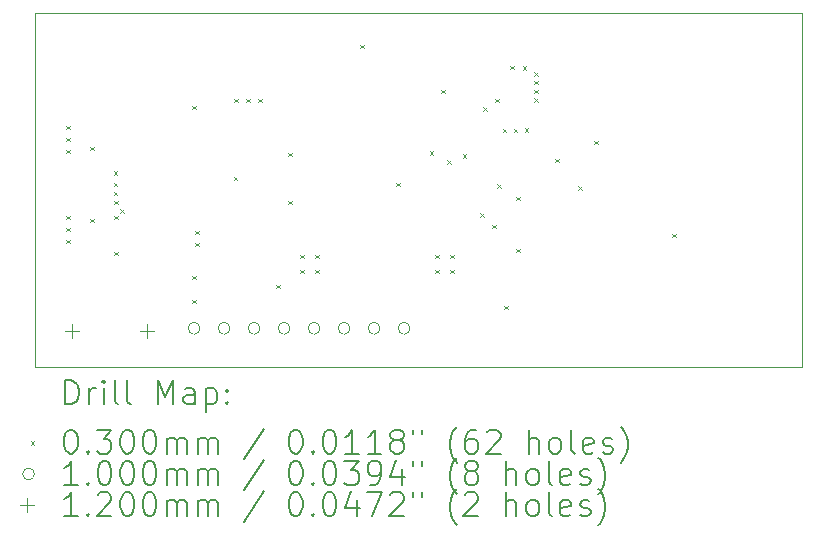
<source format=gbr>
%TF.GenerationSoftware,KiCad,Pcbnew,7.0.5*%
%TF.CreationDate,2023-07-22T13:56:30+02:00*%
%TF.ProjectId,eink-NFC,65696e6b-2d4e-4464-932e-6b696361645f,rev?*%
%TF.SameCoordinates,Original*%
%TF.FileFunction,Drillmap*%
%TF.FilePolarity,Positive*%
%FSLAX45Y45*%
G04 Gerber Fmt 4.5, Leading zero omitted, Abs format (unit mm)*
G04 Created by KiCad (PCBNEW 7.0.5) date 2023-07-22 13:56:30*
%MOMM*%
%LPD*%
G01*
G04 APERTURE LIST*
%ADD10C,0.038100*%
%ADD11C,0.200000*%
%ADD12C,0.030000*%
%ADD13C,0.100000*%
%ADD14C,0.120000*%
G04 APERTURE END LIST*
D10*
X11200000Y-6700000D02*
X17700000Y-6700000D01*
X17700000Y-9700000D01*
X11200000Y-9700000D01*
X11200000Y-6700000D01*
D11*
D12*
X11465800Y-7655800D02*
X11495800Y-7685800D01*
X11495800Y-7655800D02*
X11465800Y-7685800D01*
X11465800Y-7757400D02*
X11495800Y-7787400D01*
X11495800Y-7757400D02*
X11465800Y-7787400D01*
X11465800Y-7859000D02*
X11495800Y-7889000D01*
X11495800Y-7859000D02*
X11465800Y-7889000D01*
X11465800Y-8417800D02*
X11495800Y-8447800D01*
X11495800Y-8417800D02*
X11465800Y-8447800D01*
X11465800Y-8519400D02*
X11495800Y-8549400D01*
X11495800Y-8519400D02*
X11465800Y-8549400D01*
X11465800Y-8621000D02*
X11495800Y-8651000D01*
X11495800Y-8621000D02*
X11465800Y-8651000D01*
X11669000Y-7833600D02*
X11699000Y-7863600D01*
X11699000Y-7833600D02*
X11669000Y-7863600D01*
X11669000Y-8443200D02*
X11699000Y-8473200D01*
X11699000Y-8443200D02*
X11669000Y-8473200D01*
X11870350Y-8042605D02*
X11900350Y-8072605D01*
X11900350Y-8042605D02*
X11870350Y-8072605D01*
X11870350Y-8138400D02*
X11900350Y-8168400D01*
X11900350Y-8138400D02*
X11870350Y-8168400D01*
X11870350Y-8214600D02*
X11900350Y-8244600D01*
X11900350Y-8214600D02*
X11870350Y-8244600D01*
X11872200Y-8290800D02*
X11902200Y-8320800D01*
X11902200Y-8290800D02*
X11872200Y-8320800D01*
X11872200Y-8417800D02*
X11902200Y-8447800D01*
X11902200Y-8417800D02*
X11872200Y-8447800D01*
X11872200Y-8722600D02*
X11902200Y-8752600D01*
X11902200Y-8722600D02*
X11872200Y-8752600D01*
X11923000Y-8363450D02*
X11953000Y-8393450D01*
X11953000Y-8363450D02*
X11923000Y-8393450D01*
X12532600Y-8925800D02*
X12562600Y-8955800D01*
X12562600Y-8925800D02*
X12532600Y-8955800D01*
X12532600Y-9129000D02*
X12562600Y-9159000D01*
X12562600Y-9129000D02*
X12532600Y-9159000D01*
X12535140Y-7488160D02*
X12565140Y-7518160D01*
X12565140Y-7488160D02*
X12535140Y-7518160D01*
X12558000Y-8544800D02*
X12588000Y-8574800D01*
X12588000Y-8544800D02*
X12558000Y-8574800D01*
X12558000Y-8646400D02*
X12588000Y-8676400D01*
X12588000Y-8646400D02*
X12558000Y-8676400D01*
X12886050Y-8087600D02*
X12916050Y-8117600D01*
X12916050Y-8087600D02*
X12886050Y-8117600D01*
X12888200Y-7427200D02*
X12918200Y-7457200D01*
X12918200Y-7427200D02*
X12888200Y-7457200D01*
X12989800Y-7427200D02*
X13019800Y-7457200D01*
X13019800Y-7427200D02*
X12989800Y-7457200D01*
X13091400Y-7427200D02*
X13121400Y-7457200D01*
X13121400Y-7427200D02*
X13091400Y-7457200D01*
X13243800Y-9002000D02*
X13273800Y-9032000D01*
X13273800Y-9002000D02*
X13243800Y-9032000D01*
X13345400Y-7884400D02*
X13375400Y-7914400D01*
X13375400Y-7884400D02*
X13345400Y-7914400D01*
X13345400Y-8290800D02*
X13375400Y-8320800D01*
X13375400Y-8290800D02*
X13345400Y-8320800D01*
X13447000Y-8748000D02*
X13477000Y-8778000D01*
X13477000Y-8748000D02*
X13447000Y-8778000D01*
X13447000Y-8875000D02*
X13477000Y-8905000D01*
X13477000Y-8875000D02*
X13447000Y-8905000D01*
X13574000Y-8748000D02*
X13604000Y-8778000D01*
X13604000Y-8748000D02*
X13574000Y-8778000D01*
X13574000Y-8875000D02*
X13604000Y-8905000D01*
X13604000Y-8875000D02*
X13574000Y-8905000D01*
X13955000Y-6970000D02*
X13985000Y-7000000D01*
X13985000Y-6970000D02*
X13955000Y-7000000D01*
X14259800Y-8138400D02*
X14289800Y-8168400D01*
X14289800Y-8138400D02*
X14259800Y-8168400D01*
X14544280Y-7874240D02*
X14574280Y-7904240D01*
X14574280Y-7874240D02*
X14544280Y-7904240D01*
X14590000Y-8748000D02*
X14620000Y-8778000D01*
X14620000Y-8748000D02*
X14590000Y-8778000D01*
X14590000Y-8875000D02*
X14620000Y-8905000D01*
X14620000Y-8875000D02*
X14590000Y-8905000D01*
X14640800Y-7351000D02*
X14670800Y-7381000D01*
X14670800Y-7351000D02*
X14640800Y-7381000D01*
X14690910Y-7947900D02*
X14720910Y-7977900D01*
X14720910Y-7947900D02*
X14690910Y-7977900D01*
X14717000Y-8748000D02*
X14747000Y-8778000D01*
X14747000Y-8748000D02*
X14717000Y-8778000D01*
X14717000Y-8875000D02*
X14747000Y-8905000D01*
X14747000Y-8875000D02*
X14717000Y-8905000D01*
X14823680Y-7897100D02*
X14853680Y-7927100D01*
X14853680Y-7897100D02*
X14823680Y-7927100D01*
X14971000Y-8397480D02*
X15001000Y-8427480D01*
X15001000Y-8397480D02*
X14971000Y-8427480D01*
X14996400Y-7500860D02*
X15026400Y-7530860D01*
X15026400Y-7500860D02*
X14996400Y-7530860D01*
X15072600Y-8494000D02*
X15102600Y-8524000D01*
X15102600Y-8494000D02*
X15072600Y-8524000D01*
X15098000Y-7427200D02*
X15128000Y-7457200D01*
X15128000Y-7427200D02*
X15098000Y-7457200D01*
X15116050Y-8153640D02*
X15146050Y-8183640D01*
X15146050Y-8153640D02*
X15116050Y-8183640D01*
X15164040Y-7681250D02*
X15194040Y-7711250D01*
X15194040Y-7681250D02*
X15164040Y-7711250D01*
X15174200Y-9179800D02*
X15204200Y-9209800D01*
X15204200Y-9179800D02*
X15174200Y-9209800D01*
X15225000Y-7147800D02*
X15255000Y-7177800D01*
X15255000Y-7147800D02*
X15225000Y-7177800D01*
X15254854Y-7680878D02*
X15284854Y-7710878D01*
X15284854Y-7680878D02*
X15254854Y-7710878D01*
X15275800Y-8260320D02*
X15305800Y-8290320D01*
X15305800Y-8260320D02*
X15275800Y-8290320D01*
X15275800Y-8697200D02*
X15305800Y-8727200D01*
X15305800Y-8697200D02*
X15275800Y-8727200D01*
X15333617Y-7154816D02*
X15363617Y-7184816D01*
X15363617Y-7154816D02*
X15333617Y-7184816D01*
X15350054Y-7677356D02*
X15380054Y-7707356D01*
X15380054Y-7677356D02*
X15350054Y-7707356D01*
X15427296Y-7424554D02*
X15457296Y-7454554D01*
X15457296Y-7424554D02*
X15427296Y-7454554D01*
X15428200Y-7202150D02*
X15458200Y-7232150D01*
X15458200Y-7202150D02*
X15428200Y-7232150D01*
X15428200Y-7274800D02*
X15458200Y-7304800D01*
X15458200Y-7274800D02*
X15428200Y-7304800D01*
X15428200Y-7351000D02*
X15458200Y-7381000D01*
X15458200Y-7351000D02*
X15428200Y-7381000D01*
X15606000Y-7935200D02*
X15636000Y-7965200D01*
X15636000Y-7935200D02*
X15606000Y-7965200D01*
X15801580Y-8171420D02*
X15831580Y-8201420D01*
X15831580Y-8171420D02*
X15801580Y-8201420D01*
X15936200Y-7782800D02*
X15966200Y-7812800D01*
X15966200Y-7782800D02*
X15936200Y-7812800D01*
X16596600Y-8570200D02*
X16626600Y-8600200D01*
X16626600Y-8570200D02*
X16596600Y-8600200D01*
D13*
X12599679Y-9372529D02*
G75*
G03*
X12599679Y-9372529I-50000J0D01*
G01*
X12853679Y-9372529D02*
G75*
G03*
X12853679Y-9372529I-50000J0D01*
G01*
X13107679Y-9372529D02*
G75*
G03*
X13107679Y-9372529I-50000J0D01*
G01*
X13361679Y-9372529D02*
G75*
G03*
X13361679Y-9372529I-50000J0D01*
G01*
X13615679Y-9372529D02*
G75*
G03*
X13615679Y-9372529I-50000J0D01*
G01*
X13869679Y-9372529D02*
G75*
G03*
X13869679Y-9372529I-50000J0D01*
G01*
X14123679Y-9372529D02*
G75*
G03*
X14123679Y-9372529I-50000J0D01*
G01*
X14377679Y-9372529D02*
G75*
G03*
X14377679Y-9372529I-50000J0D01*
G01*
D14*
X11513150Y-9338000D02*
X11513150Y-9458000D01*
X11453150Y-9398000D02*
X11573150Y-9398000D01*
X12153150Y-9338000D02*
X12153150Y-9458000D01*
X12093150Y-9398000D02*
X12213150Y-9398000D01*
D11*
X11458872Y-10013389D02*
X11458872Y-9813389D01*
X11458872Y-9813389D02*
X11506491Y-9813389D01*
X11506491Y-9813389D02*
X11535062Y-9822913D01*
X11535062Y-9822913D02*
X11554110Y-9841960D01*
X11554110Y-9841960D02*
X11563634Y-9861008D01*
X11563634Y-9861008D02*
X11573157Y-9899103D01*
X11573157Y-9899103D02*
X11573157Y-9927675D01*
X11573157Y-9927675D02*
X11563634Y-9965770D01*
X11563634Y-9965770D02*
X11554110Y-9984817D01*
X11554110Y-9984817D02*
X11535062Y-10003865D01*
X11535062Y-10003865D02*
X11506491Y-10013389D01*
X11506491Y-10013389D02*
X11458872Y-10013389D01*
X11658872Y-10013389D02*
X11658872Y-9880055D01*
X11658872Y-9918151D02*
X11668396Y-9899103D01*
X11668396Y-9899103D02*
X11677919Y-9889579D01*
X11677919Y-9889579D02*
X11696967Y-9880055D01*
X11696967Y-9880055D02*
X11716015Y-9880055D01*
X11782681Y-10013389D02*
X11782681Y-9880055D01*
X11782681Y-9813389D02*
X11773157Y-9822913D01*
X11773157Y-9822913D02*
X11782681Y-9832436D01*
X11782681Y-9832436D02*
X11792205Y-9822913D01*
X11792205Y-9822913D02*
X11782681Y-9813389D01*
X11782681Y-9813389D02*
X11782681Y-9832436D01*
X11906491Y-10013389D02*
X11887443Y-10003865D01*
X11887443Y-10003865D02*
X11877919Y-9984817D01*
X11877919Y-9984817D02*
X11877919Y-9813389D01*
X12011253Y-10013389D02*
X11992205Y-10003865D01*
X11992205Y-10003865D02*
X11982681Y-9984817D01*
X11982681Y-9984817D02*
X11982681Y-9813389D01*
X12239824Y-10013389D02*
X12239824Y-9813389D01*
X12239824Y-9813389D02*
X12306491Y-9956246D01*
X12306491Y-9956246D02*
X12373157Y-9813389D01*
X12373157Y-9813389D02*
X12373157Y-10013389D01*
X12554110Y-10013389D02*
X12554110Y-9908627D01*
X12554110Y-9908627D02*
X12544586Y-9889579D01*
X12544586Y-9889579D02*
X12525538Y-9880055D01*
X12525538Y-9880055D02*
X12487443Y-9880055D01*
X12487443Y-9880055D02*
X12468396Y-9889579D01*
X12554110Y-10003865D02*
X12535062Y-10013389D01*
X12535062Y-10013389D02*
X12487443Y-10013389D01*
X12487443Y-10013389D02*
X12468396Y-10003865D01*
X12468396Y-10003865D02*
X12458872Y-9984817D01*
X12458872Y-9984817D02*
X12458872Y-9965770D01*
X12458872Y-9965770D02*
X12468396Y-9946722D01*
X12468396Y-9946722D02*
X12487443Y-9937198D01*
X12487443Y-9937198D02*
X12535062Y-9937198D01*
X12535062Y-9937198D02*
X12554110Y-9927675D01*
X12649348Y-9880055D02*
X12649348Y-10080055D01*
X12649348Y-9889579D02*
X12668396Y-9880055D01*
X12668396Y-9880055D02*
X12706491Y-9880055D01*
X12706491Y-9880055D02*
X12725538Y-9889579D01*
X12725538Y-9889579D02*
X12735062Y-9899103D01*
X12735062Y-9899103D02*
X12744586Y-9918151D01*
X12744586Y-9918151D02*
X12744586Y-9975294D01*
X12744586Y-9975294D02*
X12735062Y-9994341D01*
X12735062Y-9994341D02*
X12725538Y-10003865D01*
X12725538Y-10003865D02*
X12706491Y-10013389D01*
X12706491Y-10013389D02*
X12668396Y-10013389D01*
X12668396Y-10013389D02*
X12649348Y-10003865D01*
X12830300Y-9994341D02*
X12839824Y-10003865D01*
X12839824Y-10003865D02*
X12830300Y-10013389D01*
X12830300Y-10013389D02*
X12820777Y-10003865D01*
X12820777Y-10003865D02*
X12830300Y-9994341D01*
X12830300Y-9994341D02*
X12830300Y-10013389D01*
X12830300Y-9889579D02*
X12839824Y-9899103D01*
X12839824Y-9899103D02*
X12830300Y-9908627D01*
X12830300Y-9908627D02*
X12820777Y-9899103D01*
X12820777Y-9899103D02*
X12830300Y-9889579D01*
X12830300Y-9889579D02*
X12830300Y-9908627D01*
D12*
X11168095Y-10326905D02*
X11198095Y-10356905D01*
X11198095Y-10326905D02*
X11168095Y-10356905D01*
D11*
X11496967Y-10233389D02*
X11516015Y-10233389D01*
X11516015Y-10233389D02*
X11535062Y-10242913D01*
X11535062Y-10242913D02*
X11544586Y-10252436D01*
X11544586Y-10252436D02*
X11554110Y-10271484D01*
X11554110Y-10271484D02*
X11563634Y-10309579D01*
X11563634Y-10309579D02*
X11563634Y-10357198D01*
X11563634Y-10357198D02*
X11554110Y-10395294D01*
X11554110Y-10395294D02*
X11544586Y-10414341D01*
X11544586Y-10414341D02*
X11535062Y-10423865D01*
X11535062Y-10423865D02*
X11516015Y-10433389D01*
X11516015Y-10433389D02*
X11496967Y-10433389D01*
X11496967Y-10433389D02*
X11477919Y-10423865D01*
X11477919Y-10423865D02*
X11468396Y-10414341D01*
X11468396Y-10414341D02*
X11458872Y-10395294D01*
X11458872Y-10395294D02*
X11449348Y-10357198D01*
X11449348Y-10357198D02*
X11449348Y-10309579D01*
X11449348Y-10309579D02*
X11458872Y-10271484D01*
X11458872Y-10271484D02*
X11468396Y-10252436D01*
X11468396Y-10252436D02*
X11477919Y-10242913D01*
X11477919Y-10242913D02*
X11496967Y-10233389D01*
X11649348Y-10414341D02*
X11658872Y-10423865D01*
X11658872Y-10423865D02*
X11649348Y-10433389D01*
X11649348Y-10433389D02*
X11639824Y-10423865D01*
X11639824Y-10423865D02*
X11649348Y-10414341D01*
X11649348Y-10414341D02*
X11649348Y-10433389D01*
X11725538Y-10233389D02*
X11849348Y-10233389D01*
X11849348Y-10233389D02*
X11782681Y-10309579D01*
X11782681Y-10309579D02*
X11811253Y-10309579D01*
X11811253Y-10309579D02*
X11830300Y-10319103D01*
X11830300Y-10319103D02*
X11839824Y-10328627D01*
X11839824Y-10328627D02*
X11849348Y-10347675D01*
X11849348Y-10347675D02*
X11849348Y-10395294D01*
X11849348Y-10395294D02*
X11839824Y-10414341D01*
X11839824Y-10414341D02*
X11830300Y-10423865D01*
X11830300Y-10423865D02*
X11811253Y-10433389D01*
X11811253Y-10433389D02*
X11754110Y-10433389D01*
X11754110Y-10433389D02*
X11735062Y-10423865D01*
X11735062Y-10423865D02*
X11725538Y-10414341D01*
X11973157Y-10233389D02*
X11992205Y-10233389D01*
X11992205Y-10233389D02*
X12011253Y-10242913D01*
X12011253Y-10242913D02*
X12020777Y-10252436D01*
X12020777Y-10252436D02*
X12030300Y-10271484D01*
X12030300Y-10271484D02*
X12039824Y-10309579D01*
X12039824Y-10309579D02*
X12039824Y-10357198D01*
X12039824Y-10357198D02*
X12030300Y-10395294D01*
X12030300Y-10395294D02*
X12020777Y-10414341D01*
X12020777Y-10414341D02*
X12011253Y-10423865D01*
X12011253Y-10423865D02*
X11992205Y-10433389D01*
X11992205Y-10433389D02*
X11973157Y-10433389D01*
X11973157Y-10433389D02*
X11954110Y-10423865D01*
X11954110Y-10423865D02*
X11944586Y-10414341D01*
X11944586Y-10414341D02*
X11935062Y-10395294D01*
X11935062Y-10395294D02*
X11925538Y-10357198D01*
X11925538Y-10357198D02*
X11925538Y-10309579D01*
X11925538Y-10309579D02*
X11935062Y-10271484D01*
X11935062Y-10271484D02*
X11944586Y-10252436D01*
X11944586Y-10252436D02*
X11954110Y-10242913D01*
X11954110Y-10242913D02*
X11973157Y-10233389D01*
X12163634Y-10233389D02*
X12182681Y-10233389D01*
X12182681Y-10233389D02*
X12201729Y-10242913D01*
X12201729Y-10242913D02*
X12211253Y-10252436D01*
X12211253Y-10252436D02*
X12220777Y-10271484D01*
X12220777Y-10271484D02*
X12230300Y-10309579D01*
X12230300Y-10309579D02*
X12230300Y-10357198D01*
X12230300Y-10357198D02*
X12220777Y-10395294D01*
X12220777Y-10395294D02*
X12211253Y-10414341D01*
X12211253Y-10414341D02*
X12201729Y-10423865D01*
X12201729Y-10423865D02*
X12182681Y-10433389D01*
X12182681Y-10433389D02*
X12163634Y-10433389D01*
X12163634Y-10433389D02*
X12144586Y-10423865D01*
X12144586Y-10423865D02*
X12135062Y-10414341D01*
X12135062Y-10414341D02*
X12125538Y-10395294D01*
X12125538Y-10395294D02*
X12116015Y-10357198D01*
X12116015Y-10357198D02*
X12116015Y-10309579D01*
X12116015Y-10309579D02*
X12125538Y-10271484D01*
X12125538Y-10271484D02*
X12135062Y-10252436D01*
X12135062Y-10252436D02*
X12144586Y-10242913D01*
X12144586Y-10242913D02*
X12163634Y-10233389D01*
X12316015Y-10433389D02*
X12316015Y-10300055D01*
X12316015Y-10319103D02*
X12325538Y-10309579D01*
X12325538Y-10309579D02*
X12344586Y-10300055D01*
X12344586Y-10300055D02*
X12373158Y-10300055D01*
X12373158Y-10300055D02*
X12392205Y-10309579D01*
X12392205Y-10309579D02*
X12401729Y-10328627D01*
X12401729Y-10328627D02*
X12401729Y-10433389D01*
X12401729Y-10328627D02*
X12411253Y-10309579D01*
X12411253Y-10309579D02*
X12430300Y-10300055D01*
X12430300Y-10300055D02*
X12458872Y-10300055D01*
X12458872Y-10300055D02*
X12477919Y-10309579D01*
X12477919Y-10309579D02*
X12487443Y-10328627D01*
X12487443Y-10328627D02*
X12487443Y-10433389D01*
X12582681Y-10433389D02*
X12582681Y-10300055D01*
X12582681Y-10319103D02*
X12592205Y-10309579D01*
X12592205Y-10309579D02*
X12611253Y-10300055D01*
X12611253Y-10300055D02*
X12639824Y-10300055D01*
X12639824Y-10300055D02*
X12658872Y-10309579D01*
X12658872Y-10309579D02*
X12668396Y-10328627D01*
X12668396Y-10328627D02*
X12668396Y-10433389D01*
X12668396Y-10328627D02*
X12677919Y-10309579D01*
X12677919Y-10309579D02*
X12696967Y-10300055D01*
X12696967Y-10300055D02*
X12725538Y-10300055D01*
X12725538Y-10300055D02*
X12744586Y-10309579D01*
X12744586Y-10309579D02*
X12754110Y-10328627D01*
X12754110Y-10328627D02*
X12754110Y-10433389D01*
X13144586Y-10223865D02*
X12973158Y-10481008D01*
X13401729Y-10233389D02*
X13420777Y-10233389D01*
X13420777Y-10233389D02*
X13439824Y-10242913D01*
X13439824Y-10242913D02*
X13449348Y-10252436D01*
X13449348Y-10252436D02*
X13458872Y-10271484D01*
X13458872Y-10271484D02*
X13468396Y-10309579D01*
X13468396Y-10309579D02*
X13468396Y-10357198D01*
X13468396Y-10357198D02*
X13458872Y-10395294D01*
X13458872Y-10395294D02*
X13449348Y-10414341D01*
X13449348Y-10414341D02*
X13439824Y-10423865D01*
X13439824Y-10423865D02*
X13420777Y-10433389D01*
X13420777Y-10433389D02*
X13401729Y-10433389D01*
X13401729Y-10433389D02*
X13382681Y-10423865D01*
X13382681Y-10423865D02*
X13373158Y-10414341D01*
X13373158Y-10414341D02*
X13363634Y-10395294D01*
X13363634Y-10395294D02*
X13354110Y-10357198D01*
X13354110Y-10357198D02*
X13354110Y-10309579D01*
X13354110Y-10309579D02*
X13363634Y-10271484D01*
X13363634Y-10271484D02*
X13373158Y-10252436D01*
X13373158Y-10252436D02*
X13382681Y-10242913D01*
X13382681Y-10242913D02*
X13401729Y-10233389D01*
X13554110Y-10414341D02*
X13563634Y-10423865D01*
X13563634Y-10423865D02*
X13554110Y-10433389D01*
X13554110Y-10433389D02*
X13544586Y-10423865D01*
X13544586Y-10423865D02*
X13554110Y-10414341D01*
X13554110Y-10414341D02*
X13554110Y-10433389D01*
X13687443Y-10233389D02*
X13706491Y-10233389D01*
X13706491Y-10233389D02*
X13725539Y-10242913D01*
X13725539Y-10242913D02*
X13735062Y-10252436D01*
X13735062Y-10252436D02*
X13744586Y-10271484D01*
X13744586Y-10271484D02*
X13754110Y-10309579D01*
X13754110Y-10309579D02*
X13754110Y-10357198D01*
X13754110Y-10357198D02*
X13744586Y-10395294D01*
X13744586Y-10395294D02*
X13735062Y-10414341D01*
X13735062Y-10414341D02*
X13725539Y-10423865D01*
X13725539Y-10423865D02*
X13706491Y-10433389D01*
X13706491Y-10433389D02*
X13687443Y-10433389D01*
X13687443Y-10433389D02*
X13668396Y-10423865D01*
X13668396Y-10423865D02*
X13658872Y-10414341D01*
X13658872Y-10414341D02*
X13649348Y-10395294D01*
X13649348Y-10395294D02*
X13639824Y-10357198D01*
X13639824Y-10357198D02*
X13639824Y-10309579D01*
X13639824Y-10309579D02*
X13649348Y-10271484D01*
X13649348Y-10271484D02*
X13658872Y-10252436D01*
X13658872Y-10252436D02*
X13668396Y-10242913D01*
X13668396Y-10242913D02*
X13687443Y-10233389D01*
X13944586Y-10433389D02*
X13830301Y-10433389D01*
X13887443Y-10433389D02*
X13887443Y-10233389D01*
X13887443Y-10233389D02*
X13868396Y-10261960D01*
X13868396Y-10261960D02*
X13849348Y-10281008D01*
X13849348Y-10281008D02*
X13830301Y-10290532D01*
X14135062Y-10433389D02*
X14020777Y-10433389D01*
X14077920Y-10433389D02*
X14077920Y-10233389D01*
X14077920Y-10233389D02*
X14058872Y-10261960D01*
X14058872Y-10261960D02*
X14039824Y-10281008D01*
X14039824Y-10281008D02*
X14020777Y-10290532D01*
X14249348Y-10319103D02*
X14230301Y-10309579D01*
X14230301Y-10309579D02*
X14220777Y-10300055D01*
X14220777Y-10300055D02*
X14211253Y-10281008D01*
X14211253Y-10281008D02*
X14211253Y-10271484D01*
X14211253Y-10271484D02*
X14220777Y-10252436D01*
X14220777Y-10252436D02*
X14230301Y-10242913D01*
X14230301Y-10242913D02*
X14249348Y-10233389D01*
X14249348Y-10233389D02*
X14287443Y-10233389D01*
X14287443Y-10233389D02*
X14306491Y-10242913D01*
X14306491Y-10242913D02*
X14316015Y-10252436D01*
X14316015Y-10252436D02*
X14325539Y-10271484D01*
X14325539Y-10271484D02*
X14325539Y-10281008D01*
X14325539Y-10281008D02*
X14316015Y-10300055D01*
X14316015Y-10300055D02*
X14306491Y-10309579D01*
X14306491Y-10309579D02*
X14287443Y-10319103D01*
X14287443Y-10319103D02*
X14249348Y-10319103D01*
X14249348Y-10319103D02*
X14230301Y-10328627D01*
X14230301Y-10328627D02*
X14220777Y-10338151D01*
X14220777Y-10338151D02*
X14211253Y-10357198D01*
X14211253Y-10357198D02*
X14211253Y-10395294D01*
X14211253Y-10395294D02*
X14220777Y-10414341D01*
X14220777Y-10414341D02*
X14230301Y-10423865D01*
X14230301Y-10423865D02*
X14249348Y-10433389D01*
X14249348Y-10433389D02*
X14287443Y-10433389D01*
X14287443Y-10433389D02*
X14306491Y-10423865D01*
X14306491Y-10423865D02*
X14316015Y-10414341D01*
X14316015Y-10414341D02*
X14325539Y-10395294D01*
X14325539Y-10395294D02*
X14325539Y-10357198D01*
X14325539Y-10357198D02*
X14316015Y-10338151D01*
X14316015Y-10338151D02*
X14306491Y-10328627D01*
X14306491Y-10328627D02*
X14287443Y-10319103D01*
X14401729Y-10233389D02*
X14401729Y-10271484D01*
X14477920Y-10233389D02*
X14477920Y-10271484D01*
X14773158Y-10509579D02*
X14763634Y-10500055D01*
X14763634Y-10500055D02*
X14744586Y-10471484D01*
X14744586Y-10471484D02*
X14735063Y-10452436D01*
X14735063Y-10452436D02*
X14725539Y-10423865D01*
X14725539Y-10423865D02*
X14716015Y-10376246D01*
X14716015Y-10376246D02*
X14716015Y-10338151D01*
X14716015Y-10338151D02*
X14725539Y-10290532D01*
X14725539Y-10290532D02*
X14735063Y-10261960D01*
X14735063Y-10261960D02*
X14744586Y-10242913D01*
X14744586Y-10242913D02*
X14763634Y-10214341D01*
X14763634Y-10214341D02*
X14773158Y-10204817D01*
X14935063Y-10233389D02*
X14896967Y-10233389D01*
X14896967Y-10233389D02*
X14877920Y-10242913D01*
X14877920Y-10242913D02*
X14868396Y-10252436D01*
X14868396Y-10252436D02*
X14849348Y-10281008D01*
X14849348Y-10281008D02*
X14839824Y-10319103D01*
X14839824Y-10319103D02*
X14839824Y-10395294D01*
X14839824Y-10395294D02*
X14849348Y-10414341D01*
X14849348Y-10414341D02*
X14858872Y-10423865D01*
X14858872Y-10423865D02*
X14877920Y-10433389D01*
X14877920Y-10433389D02*
X14916015Y-10433389D01*
X14916015Y-10433389D02*
X14935063Y-10423865D01*
X14935063Y-10423865D02*
X14944586Y-10414341D01*
X14944586Y-10414341D02*
X14954110Y-10395294D01*
X14954110Y-10395294D02*
X14954110Y-10347675D01*
X14954110Y-10347675D02*
X14944586Y-10328627D01*
X14944586Y-10328627D02*
X14935063Y-10319103D01*
X14935063Y-10319103D02*
X14916015Y-10309579D01*
X14916015Y-10309579D02*
X14877920Y-10309579D01*
X14877920Y-10309579D02*
X14858872Y-10319103D01*
X14858872Y-10319103D02*
X14849348Y-10328627D01*
X14849348Y-10328627D02*
X14839824Y-10347675D01*
X15030301Y-10252436D02*
X15039824Y-10242913D01*
X15039824Y-10242913D02*
X15058872Y-10233389D01*
X15058872Y-10233389D02*
X15106491Y-10233389D01*
X15106491Y-10233389D02*
X15125539Y-10242913D01*
X15125539Y-10242913D02*
X15135063Y-10252436D01*
X15135063Y-10252436D02*
X15144586Y-10271484D01*
X15144586Y-10271484D02*
X15144586Y-10290532D01*
X15144586Y-10290532D02*
X15135063Y-10319103D01*
X15135063Y-10319103D02*
X15020777Y-10433389D01*
X15020777Y-10433389D02*
X15144586Y-10433389D01*
X15382682Y-10433389D02*
X15382682Y-10233389D01*
X15468396Y-10433389D02*
X15468396Y-10328627D01*
X15468396Y-10328627D02*
X15458872Y-10309579D01*
X15458872Y-10309579D02*
X15439825Y-10300055D01*
X15439825Y-10300055D02*
X15411253Y-10300055D01*
X15411253Y-10300055D02*
X15392205Y-10309579D01*
X15392205Y-10309579D02*
X15382682Y-10319103D01*
X15592205Y-10433389D02*
X15573158Y-10423865D01*
X15573158Y-10423865D02*
X15563634Y-10414341D01*
X15563634Y-10414341D02*
X15554110Y-10395294D01*
X15554110Y-10395294D02*
X15554110Y-10338151D01*
X15554110Y-10338151D02*
X15563634Y-10319103D01*
X15563634Y-10319103D02*
X15573158Y-10309579D01*
X15573158Y-10309579D02*
X15592205Y-10300055D01*
X15592205Y-10300055D02*
X15620777Y-10300055D01*
X15620777Y-10300055D02*
X15639825Y-10309579D01*
X15639825Y-10309579D02*
X15649348Y-10319103D01*
X15649348Y-10319103D02*
X15658872Y-10338151D01*
X15658872Y-10338151D02*
X15658872Y-10395294D01*
X15658872Y-10395294D02*
X15649348Y-10414341D01*
X15649348Y-10414341D02*
X15639825Y-10423865D01*
X15639825Y-10423865D02*
X15620777Y-10433389D01*
X15620777Y-10433389D02*
X15592205Y-10433389D01*
X15773158Y-10433389D02*
X15754110Y-10423865D01*
X15754110Y-10423865D02*
X15744586Y-10404817D01*
X15744586Y-10404817D02*
X15744586Y-10233389D01*
X15925539Y-10423865D02*
X15906491Y-10433389D01*
X15906491Y-10433389D02*
X15868396Y-10433389D01*
X15868396Y-10433389D02*
X15849348Y-10423865D01*
X15849348Y-10423865D02*
X15839825Y-10404817D01*
X15839825Y-10404817D02*
X15839825Y-10328627D01*
X15839825Y-10328627D02*
X15849348Y-10309579D01*
X15849348Y-10309579D02*
X15868396Y-10300055D01*
X15868396Y-10300055D02*
X15906491Y-10300055D01*
X15906491Y-10300055D02*
X15925539Y-10309579D01*
X15925539Y-10309579D02*
X15935063Y-10328627D01*
X15935063Y-10328627D02*
X15935063Y-10347675D01*
X15935063Y-10347675D02*
X15839825Y-10366722D01*
X16011253Y-10423865D02*
X16030301Y-10433389D01*
X16030301Y-10433389D02*
X16068396Y-10433389D01*
X16068396Y-10433389D02*
X16087444Y-10423865D01*
X16087444Y-10423865D02*
X16096967Y-10404817D01*
X16096967Y-10404817D02*
X16096967Y-10395294D01*
X16096967Y-10395294D02*
X16087444Y-10376246D01*
X16087444Y-10376246D02*
X16068396Y-10366722D01*
X16068396Y-10366722D02*
X16039825Y-10366722D01*
X16039825Y-10366722D02*
X16020777Y-10357198D01*
X16020777Y-10357198D02*
X16011253Y-10338151D01*
X16011253Y-10338151D02*
X16011253Y-10328627D01*
X16011253Y-10328627D02*
X16020777Y-10309579D01*
X16020777Y-10309579D02*
X16039825Y-10300055D01*
X16039825Y-10300055D02*
X16068396Y-10300055D01*
X16068396Y-10300055D02*
X16087444Y-10309579D01*
X16163634Y-10509579D02*
X16173158Y-10500055D01*
X16173158Y-10500055D02*
X16192206Y-10471484D01*
X16192206Y-10471484D02*
X16201729Y-10452436D01*
X16201729Y-10452436D02*
X16211253Y-10423865D01*
X16211253Y-10423865D02*
X16220777Y-10376246D01*
X16220777Y-10376246D02*
X16220777Y-10338151D01*
X16220777Y-10338151D02*
X16211253Y-10290532D01*
X16211253Y-10290532D02*
X16201729Y-10261960D01*
X16201729Y-10261960D02*
X16192206Y-10242913D01*
X16192206Y-10242913D02*
X16173158Y-10214341D01*
X16173158Y-10214341D02*
X16163634Y-10204817D01*
D13*
X11198095Y-10605905D02*
G75*
G03*
X11198095Y-10605905I-50000J0D01*
G01*
D11*
X11563634Y-10697389D02*
X11449348Y-10697389D01*
X11506491Y-10697389D02*
X11506491Y-10497389D01*
X11506491Y-10497389D02*
X11487443Y-10525960D01*
X11487443Y-10525960D02*
X11468396Y-10545008D01*
X11468396Y-10545008D02*
X11449348Y-10554532D01*
X11649348Y-10678341D02*
X11658872Y-10687865D01*
X11658872Y-10687865D02*
X11649348Y-10697389D01*
X11649348Y-10697389D02*
X11639824Y-10687865D01*
X11639824Y-10687865D02*
X11649348Y-10678341D01*
X11649348Y-10678341D02*
X11649348Y-10697389D01*
X11782681Y-10497389D02*
X11801729Y-10497389D01*
X11801729Y-10497389D02*
X11820777Y-10506913D01*
X11820777Y-10506913D02*
X11830300Y-10516436D01*
X11830300Y-10516436D02*
X11839824Y-10535484D01*
X11839824Y-10535484D02*
X11849348Y-10573579D01*
X11849348Y-10573579D02*
X11849348Y-10621198D01*
X11849348Y-10621198D02*
X11839824Y-10659294D01*
X11839824Y-10659294D02*
X11830300Y-10678341D01*
X11830300Y-10678341D02*
X11820777Y-10687865D01*
X11820777Y-10687865D02*
X11801729Y-10697389D01*
X11801729Y-10697389D02*
X11782681Y-10697389D01*
X11782681Y-10697389D02*
X11763634Y-10687865D01*
X11763634Y-10687865D02*
X11754110Y-10678341D01*
X11754110Y-10678341D02*
X11744586Y-10659294D01*
X11744586Y-10659294D02*
X11735062Y-10621198D01*
X11735062Y-10621198D02*
X11735062Y-10573579D01*
X11735062Y-10573579D02*
X11744586Y-10535484D01*
X11744586Y-10535484D02*
X11754110Y-10516436D01*
X11754110Y-10516436D02*
X11763634Y-10506913D01*
X11763634Y-10506913D02*
X11782681Y-10497389D01*
X11973157Y-10497389D02*
X11992205Y-10497389D01*
X11992205Y-10497389D02*
X12011253Y-10506913D01*
X12011253Y-10506913D02*
X12020777Y-10516436D01*
X12020777Y-10516436D02*
X12030300Y-10535484D01*
X12030300Y-10535484D02*
X12039824Y-10573579D01*
X12039824Y-10573579D02*
X12039824Y-10621198D01*
X12039824Y-10621198D02*
X12030300Y-10659294D01*
X12030300Y-10659294D02*
X12020777Y-10678341D01*
X12020777Y-10678341D02*
X12011253Y-10687865D01*
X12011253Y-10687865D02*
X11992205Y-10697389D01*
X11992205Y-10697389D02*
X11973157Y-10697389D01*
X11973157Y-10697389D02*
X11954110Y-10687865D01*
X11954110Y-10687865D02*
X11944586Y-10678341D01*
X11944586Y-10678341D02*
X11935062Y-10659294D01*
X11935062Y-10659294D02*
X11925538Y-10621198D01*
X11925538Y-10621198D02*
X11925538Y-10573579D01*
X11925538Y-10573579D02*
X11935062Y-10535484D01*
X11935062Y-10535484D02*
X11944586Y-10516436D01*
X11944586Y-10516436D02*
X11954110Y-10506913D01*
X11954110Y-10506913D02*
X11973157Y-10497389D01*
X12163634Y-10497389D02*
X12182681Y-10497389D01*
X12182681Y-10497389D02*
X12201729Y-10506913D01*
X12201729Y-10506913D02*
X12211253Y-10516436D01*
X12211253Y-10516436D02*
X12220777Y-10535484D01*
X12220777Y-10535484D02*
X12230300Y-10573579D01*
X12230300Y-10573579D02*
X12230300Y-10621198D01*
X12230300Y-10621198D02*
X12220777Y-10659294D01*
X12220777Y-10659294D02*
X12211253Y-10678341D01*
X12211253Y-10678341D02*
X12201729Y-10687865D01*
X12201729Y-10687865D02*
X12182681Y-10697389D01*
X12182681Y-10697389D02*
X12163634Y-10697389D01*
X12163634Y-10697389D02*
X12144586Y-10687865D01*
X12144586Y-10687865D02*
X12135062Y-10678341D01*
X12135062Y-10678341D02*
X12125538Y-10659294D01*
X12125538Y-10659294D02*
X12116015Y-10621198D01*
X12116015Y-10621198D02*
X12116015Y-10573579D01*
X12116015Y-10573579D02*
X12125538Y-10535484D01*
X12125538Y-10535484D02*
X12135062Y-10516436D01*
X12135062Y-10516436D02*
X12144586Y-10506913D01*
X12144586Y-10506913D02*
X12163634Y-10497389D01*
X12316015Y-10697389D02*
X12316015Y-10564055D01*
X12316015Y-10583103D02*
X12325538Y-10573579D01*
X12325538Y-10573579D02*
X12344586Y-10564055D01*
X12344586Y-10564055D02*
X12373158Y-10564055D01*
X12373158Y-10564055D02*
X12392205Y-10573579D01*
X12392205Y-10573579D02*
X12401729Y-10592627D01*
X12401729Y-10592627D02*
X12401729Y-10697389D01*
X12401729Y-10592627D02*
X12411253Y-10573579D01*
X12411253Y-10573579D02*
X12430300Y-10564055D01*
X12430300Y-10564055D02*
X12458872Y-10564055D01*
X12458872Y-10564055D02*
X12477919Y-10573579D01*
X12477919Y-10573579D02*
X12487443Y-10592627D01*
X12487443Y-10592627D02*
X12487443Y-10697389D01*
X12582681Y-10697389D02*
X12582681Y-10564055D01*
X12582681Y-10583103D02*
X12592205Y-10573579D01*
X12592205Y-10573579D02*
X12611253Y-10564055D01*
X12611253Y-10564055D02*
X12639824Y-10564055D01*
X12639824Y-10564055D02*
X12658872Y-10573579D01*
X12658872Y-10573579D02*
X12668396Y-10592627D01*
X12668396Y-10592627D02*
X12668396Y-10697389D01*
X12668396Y-10592627D02*
X12677919Y-10573579D01*
X12677919Y-10573579D02*
X12696967Y-10564055D01*
X12696967Y-10564055D02*
X12725538Y-10564055D01*
X12725538Y-10564055D02*
X12744586Y-10573579D01*
X12744586Y-10573579D02*
X12754110Y-10592627D01*
X12754110Y-10592627D02*
X12754110Y-10697389D01*
X13144586Y-10487865D02*
X12973158Y-10745008D01*
X13401729Y-10497389D02*
X13420777Y-10497389D01*
X13420777Y-10497389D02*
X13439824Y-10506913D01*
X13439824Y-10506913D02*
X13449348Y-10516436D01*
X13449348Y-10516436D02*
X13458872Y-10535484D01*
X13458872Y-10535484D02*
X13468396Y-10573579D01*
X13468396Y-10573579D02*
X13468396Y-10621198D01*
X13468396Y-10621198D02*
X13458872Y-10659294D01*
X13458872Y-10659294D02*
X13449348Y-10678341D01*
X13449348Y-10678341D02*
X13439824Y-10687865D01*
X13439824Y-10687865D02*
X13420777Y-10697389D01*
X13420777Y-10697389D02*
X13401729Y-10697389D01*
X13401729Y-10697389D02*
X13382681Y-10687865D01*
X13382681Y-10687865D02*
X13373158Y-10678341D01*
X13373158Y-10678341D02*
X13363634Y-10659294D01*
X13363634Y-10659294D02*
X13354110Y-10621198D01*
X13354110Y-10621198D02*
X13354110Y-10573579D01*
X13354110Y-10573579D02*
X13363634Y-10535484D01*
X13363634Y-10535484D02*
X13373158Y-10516436D01*
X13373158Y-10516436D02*
X13382681Y-10506913D01*
X13382681Y-10506913D02*
X13401729Y-10497389D01*
X13554110Y-10678341D02*
X13563634Y-10687865D01*
X13563634Y-10687865D02*
X13554110Y-10697389D01*
X13554110Y-10697389D02*
X13544586Y-10687865D01*
X13544586Y-10687865D02*
X13554110Y-10678341D01*
X13554110Y-10678341D02*
X13554110Y-10697389D01*
X13687443Y-10497389D02*
X13706491Y-10497389D01*
X13706491Y-10497389D02*
X13725539Y-10506913D01*
X13725539Y-10506913D02*
X13735062Y-10516436D01*
X13735062Y-10516436D02*
X13744586Y-10535484D01*
X13744586Y-10535484D02*
X13754110Y-10573579D01*
X13754110Y-10573579D02*
X13754110Y-10621198D01*
X13754110Y-10621198D02*
X13744586Y-10659294D01*
X13744586Y-10659294D02*
X13735062Y-10678341D01*
X13735062Y-10678341D02*
X13725539Y-10687865D01*
X13725539Y-10687865D02*
X13706491Y-10697389D01*
X13706491Y-10697389D02*
X13687443Y-10697389D01*
X13687443Y-10697389D02*
X13668396Y-10687865D01*
X13668396Y-10687865D02*
X13658872Y-10678341D01*
X13658872Y-10678341D02*
X13649348Y-10659294D01*
X13649348Y-10659294D02*
X13639824Y-10621198D01*
X13639824Y-10621198D02*
X13639824Y-10573579D01*
X13639824Y-10573579D02*
X13649348Y-10535484D01*
X13649348Y-10535484D02*
X13658872Y-10516436D01*
X13658872Y-10516436D02*
X13668396Y-10506913D01*
X13668396Y-10506913D02*
X13687443Y-10497389D01*
X13820777Y-10497389D02*
X13944586Y-10497389D01*
X13944586Y-10497389D02*
X13877920Y-10573579D01*
X13877920Y-10573579D02*
X13906491Y-10573579D01*
X13906491Y-10573579D02*
X13925539Y-10583103D01*
X13925539Y-10583103D02*
X13935062Y-10592627D01*
X13935062Y-10592627D02*
X13944586Y-10611675D01*
X13944586Y-10611675D02*
X13944586Y-10659294D01*
X13944586Y-10659294D02*
X13935062Y-10678341D01*
X13935062Y-10678341D02*
X13925539Y-10687865D01*
X13925539Y-10687865D02*
X13906491Y-10697389D01*
X13906491Y-10697389D02*
X13849348Y-10697389D01*
X13849348Y-10697389D02*
X13830301Y-10687865D01*
X13830301Y-10687865D02*
X13820777Y-10678341D01*
X14039824Y-10697389D02*
X14077920Y-10697389D01*
X14077920Y-10697389D02*
X14096967Y-10687865D01*
X14096967Y-10687865D02*
X14106491Y-10678341D01*
X14106491Y-10678341D02*
X14125539Y-10649770D01*
X14125539Y-10649770D02*
X14135062Y-10611675D01*
X14135062Y-10611675D02*
X14135062Y-10535484D01*
X14135062Y-10535484D02*
X14125539Y-10516436D01*
X14125539Y-10516436D02*
X14116015Y-10506913D01*
X14116015Y-10506913D02*
X14096967Y-10497389D01*
X14096967Y-10497389D02*
X14058872Y-10497389D01*
X14058872Y-10497389D02*
X14039824Y-10506913D01*
X14039824Y-10506913D02*
X14030301Y-10516436D01*
X14030301Y-10516436D02*
X14020777Y-10535484D01*
X14020777Y-10535484D02*
X14020777Y-10583103D01*
X14020777Y-10583103D02*
X14030301Y-10602151D01*
X14030301Y-10602151D02*
X14039824Y-10611675D01*
X14039824Y-10611675D02*
X14058872Y-10621198D01*
X14058872Y-10621198D02*
X14096967Y-10621198D01*
X14096967Y-10621198D02*
X14116015Y-10611675D01*
X14116015Y-10611675D02*
X14125539Y-10602151D01*
X14125539Y-10602151D02*
X14135062Y-10583103D01*
X14306491Y-10564055D02*
X14306491Y-10697389D01*
X14258872Y-10487865D02*
X14211253Y-10630722D01*
X14211253Y-10630722D02*
X14335062Y-10630722D01*
X14401729Y-10497389D02*
X14401729Y-10535484D01*
X14477920Y-10497389D02*
X14477920Y-10535484D01*
X14773158Y-10773579D02*
X14763634Y-10764055D01*
X14763634Y-10764055D02*
X14744586Y-10735484D01*
X14744586Y-10735484D02*
X14735063Y-10716436D01*
X14735063Y-10716436D02*
X14725539Y-10687865D01*
X14725539Y-10687865D02*
X14716015Y-10640246D01*
X14716015Y-10640246D02*
X14716015Y-10602151D01*
X14716015Y-10602151D02*
X14725539Y-10554532D01*
X14725539Y-10554532D02*
X14735063Y-10525960D01*
X14735063Y-10525960D02*
X14744586Y-10506913D01*
X14744586Y-10506913D02*
X14763634Y-10478341D01*
X14763634Y-10478341D02*
X14773158Y-10468817D01*
X14877920Y-10583103D02*
X14858872Y-10573579D01*
X14858872Y-10573579D02*
X14849348Y-10564055D01*
X14849348Y-10564055D02*
X14839824Y-10545008D01*
X14839824Y-10545008D02*
X14839824Y-10535484D01*
X14839824Y-10535484D02*
X14849348Y-10516436D01*
X14849348Y-10516436D02*
X14858872Y-10506913D01*
X14858872Y-10506913D02*
X14877920Y-10497389D01*
X14877920Y-10497389D02*
X14916015Y-10497389D01*
X14916015Y-10497389D02*
X14935063Y-10506913D01*
X14935063Y-10506913D02*
X14944586Y-10516436D01*
X14944586Y-10516436D02*
X14954110Y-10535484D01*
X14954110Y-10535484D02*
X14954110Y-10545008D01*
X14954110Y-10545008D02*
X14944586Y-10564055D01*
X14944586Y-10564055D02*
X14935063Y-10573579D01*
X14935063Y-10573579D02*
X14916015Y-10583103D01*
X14916015Y-10583103D02*
X14877920Y-10583103D01*
X14877920Y-10583103D02*
X14858872Y-10592627D01*
X14858872Y-10592627D02*
X14849348Y-10602151D01*
X14849348Y-10602151D02*
X14839824Y-10621198D01*
X14839824Y-10621198D02*
X14839824Y-10659294D01*
X14839824Y-10659294D02*
X14849348Y-10678341D01*
X14849348Y-10678341D02*
X14858872Y-10687865D01*
X14858872Y-10687865D02*
X14877920Y-10697389D01*
X14877920Y-10697389D02*
X14916015Y-10697389D01*
X14916015Y-10697389D02*
X14935063Y-10687865D01*
X14935063Y-10687865D02*
X14944586Y-10678341D01*
X14944586Y-10678341D02*
X14954110Y-10659294D01*
X14954110Y-10659294D02*
X14954110Y-10621198D01*
X14954110Y-10621198D02*
X14944586Y-10602151D01*
X14944586Y-10602151D02*
X14935063Y-10592627D01*
X14935063Y-10592627D02*
X14916015Y-10583103D01*
X15192205Y-10697389D02*
X15192205Y-10497389D01*
X15277920Y-10697389D02*
X15277920Y-10592627D01*
X15277920Y-10592627D02*
X15268396Y-10573579D01*
X15268396Y-10573579D02*
X15249348Y-10564055D01*
X15249348Y-10564055D02*
X15220777Y-10564055D01*
X15220777Y-10564055D02*
X15201729Y-10573579D01*
X15201729Y-10573579D02*
X15192205Y-10583103D01*
X15401729Y-10697389D02*
X15382682Y-10687865D01*
X15382682Y-10687865D02*
X15373158Y-10678341D01*
X15373158Y-10678341D02*
X15363634Y-10659294D01*
X15363634Y-10659294D02*
X15363634Y-10602151D01*
X15363634Y-10602151D02*
X15373158Y-10583103D01*
X15373158Y-10583103D02*
X15382682Y-10573579D01*
X15382682Y-10573579D02*
X15401729Y-10564055D01*
X15401729Y-10564055D02*
X15430301Y-10564055D01*
X15430301Y-10564055D02*
X15449348Y-10573579D01*
X15449348Y-10573579D02*
X15458872Y-10583103D01*
X15458872Y-10583103D02*
X15468396Y-10602151D01*
X15468396Y-10602151D02*
X15468396Y-10659294D01*
X15468396Y-10659294D02*
X15458872Y-10678341D01*
X15458872Y-10678341D02*
X15449348Y-10687865D01*
X15449348Y-10687865D02*
X15430301Y-10697389D01*
X15430301Y-10697389D02*
X15401729Y-10697389D01*
X15582682Y-10697389D02*
X15563634Y-10687865D01*
X15563634Y-10687865D02*
X15554110Y-10668817D01*
X15554110Y-10668817D02*
X15554110Y-10497389D01*
X15735063Y-10687865D02*
X15716015Y-10697389D01*
X15716015Y-10697389D02*
X15677920Y-10697389D01*
X15677920Y-10697389D02*
X15658872Y-10687865D01*
X15658872Y-10687865D02*
X15649348Y-10668817D01*
X15649348Y-10668817D02*
X15649348Y-10592627D01*
X15649348Y-10592627D02*
X15658872Y-10573579D01*
X15658872Y-10573579D02*
X15677920Y-10564055D01*
X15677920Y-10564055D02*
X15716015Y-10564055D01*
X15716015Y-10564055D02*
X15735063Y-10573579D01*
X15735063Y-10573579D02*
X15744586Y-10592627D01*
X15744586Y-10592627D02*
X15744586Y-10611675D01*
X15744586Y-10611675D02*
X15649348Y-10630722D01*
X15820777Y-10687865D02*
X15839825Y-10697389D01*
X15839825Y-10697389D02*
X15877920Y-10697389D01*
X15877920Y-10697389D02*
X15896967Y-10687865D01*
X15896967Y-10687865D02*
X15906491Y-10668817D01*
X15906491Y-10668817D02*
X15906491Y-10659294D01*
X15906491Y-10659294D02*
X15896967Y-10640246D01*
X15896967Y-10640246D02*
X15877920Y-10630722D01*
X15877920Y-10630722D02*
X15849348Y-10630722D01*
X15849348Y-10630722D02*
X15830301Y-10621198D01*
X15830301Y-10621198D02*
X15820777Y-10602151D01*
X15820777Y-10602151D02*
X15820777Y-10592627D01*
X15820777Y-10592627D02*
X15830301Y-10573579D01*
X15830301Y-10573579D02*
X15849348Y-10564055D01*
X15849348Y-10564055D02*
X15877920Y-10564055D01*
X15877920Y-10564055D02*
X15896967Y-10573579D01*
X15973158Y-10773579D02*
X15982682Y-10764055D01*
X15982682Y-10764055D02*
X16001729Y-10735484D01*
X16001729Y-10735484D02*
X16011253Y-10716436D01*
X16011253Y-10716436D02*
X16020777Y-10687865D01*
X16020777Y-10687865D02*
X16030301Y-10640246D01*
X16030301Y-10640246D02*
X16030301Y-10602151D01*
X16030301Y-10602151D02*
X16020777Y-10554532D01*
X16020777Y-10554532D02*
X16011253Y-10525960D01*
X16011253Y-10525960D02*
X16001729Y-10506913D01*
X16001729Y-10506913D02*
X15982682Y-10478341D01*
X15982682Y-10478341D02*
X15973158Y-10468817D01*
D14*
X11138095Y-10809905D02*
X11138095Y-10929905D01*
X11078095Y-10869905D02*
X11198095Y-10869905D01*
D11*
X11563634Y-10961389D02*
X11449348Y-10961389D01*
X11506491Y-10961389D02*
X11506491Y-10761389D01*
X11506491Y-10761389D02*
X11487443Y-10789960D01*
X11487443Y-10789960D02*
X11468396Y-10809008D01*
X11468396Y-10809008D02*
X11449348Y-10818532D01*
X11649348Y-10942341D02*
X11658872Y-10951865D01*
X11658872Y-10951865D02*
X11649348Y-10961389D01*
X11649348Y-10961389D02*
X11639824Y-10951865D01*
X11639824Y-10951865D02*
X11649348Y-10942341D01*
X11649348Y-10942341D02*
X11649348Y-10961389D01*
X11735062Y-10780436D02*
X11744586Y-10770913D01*
X11744586Y-10770913D02*
X11763634Y-10761389D01*
X11763634Y-10761389D02*
X11811253Y-10761389D01*
X11811253Y-10761389D02*
X11830300Y-10770913D01*
X11830300Y-10770913D02*
X11839824Y-10780436D01*
X11839824Y-10780436D02*
X11849348Y-10799484D01*
X11849348Y-10799484D02*
X11849348Y-10818532D01*
X11849348Y-10818532D02*
X11839824Y-10847103D01*
X11839824Y-10847103D02*
X11725538Y-10961389D01*
X11725538Y-10961389D02*
X11849348Y-10961389D01*
X11973157Y-10761389D02*
X11992205Y-10761389D01*
X11992205Y-10761389D02*
X12011253Y-10770913D01*
X12011253Y-10770913D02*
X12020777Y-10780436D01*
X12020777Y-10780436D02*
X12030300Y-10799484D01*
X12030300Y-10799484D02*
X12039824Y-10837579D01*
X12039824Y-10837579D02*
X12039824Y-10885198D01*
X12039824Y-10885198D02*
X12030300Y-10923294D01*
X12030300Y-10923294D02*
X12020777Y-10942341D01*
X12020777Y-10942341D02*
X12011253Y-10951865D01*
X12011253Y-10951865D02*
X11992205Y-10961389D01*
X11992205Y-10961389D02*
X11973157Y-10961389D01*
X11973157Y-10961389D02*
X11954110Y-10951865D01*
X11954110Y-10951865D02*
X11944586Y-10942341D01*
X11944586Y-10942341D02*
X11935062Y-10923294D01*
X11935062Y-10923294D02*
X11925538Y-10885198D01*
X11925538Y-10885198D02*
X11925538Y-10837579D01*
X11925538Y-10837579D02*
X11935062Y-10799484D01*
X11935062Y-10799484D02*
X11944586Y-10780436D01*
X11944586Y-10780436D02*
X11954110Y-10770913D01*
X11954110Y-10770913D02*
X11973157Y-10761389D01*
X12163634Y-10761389D02*
X12182681Y-10761389D01*
X12182681Y-10761389D02*
X12201729Y-10770913D01*
X12201729Y-10770913D02*
X12211253Y-10780436D01*
X12211253Y-10780436D02*
X12220777Y-10799484D01*
X12220777Y-10799484D02*
X12230300Y-10837579D01*
X12230300Y-10837579D02*
X12230300Y-10885198D01*
X12230300Y-10885198D02*
X12220777Y-10923294D01*
X12220777Y-10923294D02*
X12211253Y-10942341D01*
X12211253Y-10942341D02*
X12201729Y-10951865D01*
X12201729Y-10951865D02*
X12182681Y-10961389D01*
X12182681Y-10961389D02*
X12163634Y-10961389D01*
X12163634Y-10961389D02*
X12144586Y-10951865D01*
X12144586Y-10951865D02*
X12135062Y-10942341D01*
X12135062Y-10942341D02*
X12125538Y-10923294D01*
X12125538Y-10923294D02*
X12116015Y-10885198D01*
X12116015Y-10885198D02*
X12116015Y-10837579D01*
X12116015Y-10837579D02*
X12125538Y-10799484D01*
X12125538Y-10799484D02*
X12135062Y-10780436D01*
X12135062Y-10780436D02*
X12144586Y-10770913D01*
X12144586Y-10770913D02*
X12163634Y-10761389D01*
X12316015Y-10961389D02*
X12316015Y-10828055D01*
X12316015Y-10847103D02*
X12325538Y-10837579D01*
X12325538Y-10837579D02*
X12344586Y-10828055D01*
X12344586Y-10828055D02*
X12373158Y-10828055D01*
X12373158Y-10828055D02*
X12392205Y-10837579D01*
X12392205Y-10837579D02*
X12401729Y-10856627D01*
X12401729Y-10856627D02*
X12401729Y-10961389D01*
X12401729Y-10856627D02*
X12411253Y-10837579D01*
X12411253Y-10837579D02*
X12430300Y-10828055D01*
X12430300Y-10828055D02*
X12458872Y-10828055D01*
X12458872Y-10828055D02*
X12477919Y-10837579D01*
X12477919Y-10837579D02*
X12487443Y-10856627D01*
X12487443Y-10856627D02*
X12487443Y-10961389D01*
X12582681Y-10961389D02*
X12582681Y-10828055D01*
X12582681Y-10847103D02*
X12592205Y-10837579D01*
X12592205Y-10837579D02*
X12611253Y-10828055D01*
X12611253Y-10828055D02*
X12639824Y-10828055D01*
X12639824Y-10828055D02*
X12658872Y-10837579D01*
X12658872Y-10837579D02*
X12668396Y-10856627D01*
X12668396Y-10856627D02*
X12668396Y-10961389D01*
X12668396Y-10856627D02*
X12677919Y-10837579D01*
X12677919Y-10837579D02*
X12696967Y-10828055D01*
X12696967Y-10828055D02*
X12725538Y-10828055D01*
X12725538Y-10828055D02*
X12744586Y-10837579D01*
X12744586Y-10837579D02*
X12754110Y-10856627D01*
X12754110Y-10856627D02*
X12754110Y-10961389D01*
X13144586Y-10751865D02*
X12973158Y-11009008D01*
X13401729Y-10761389D02*
X13420777Y-10761389D01*
X13420777Y-10761389D02*
X13439824Y-10770913D01*
X13439824Y-10770913D02*
X13449348Y-10780436D01*
X13449348Y-10780436D02*
X13458872Y-10799484D01*
X13458872Y-10799484D02*
X13468396Y-10837579D01*
X13468396Y-10837579D02*
X13468396Y-10885198D01*
X13468396Y-10885198D02*
X13458872Y-10923294D01*
X13458872Y-10923294D02*
X13449348Y-10942341D01*
X13449348Y-10942341D02*
X13439824Y-10951865D01*
X13439824Y-10951865D02*
X13420777Y-10961389D01*
X13420777Y-10961389D02*
X13401729Y-10961389D01*
X13401729Y-10961389D02*
X13382681Y-10951865D01*
X13382681Y-10951865D02*
X13373158Y-10942341D01*
X13373158Y-10942341D02*
X13363634Y-10923294D01*
X13363634Y-10923294D02*
X13354110Y-10885198D01*
X13354110Y-10885198D02*
X13354110Y-10837579D01*
X13354110Y-10837579D02*
X13363634Y-10799484D01*
X13363634Y-10799484D02*
X13373158Y-10780436D01*
X13373158Y-10780436D02*
X13382681Y-10770913D01*
X13382681Y-10770913D02*
X13401729Y-10761389D01*
X13554110Y-10942341D02*
X13563634Y-10951865D01*
X13563634Y-10951865D02*
X13554110Y-10961389D01*
X13554110Y-10961389D02*
X13544586Y-10951865D01*
X13544586Y-10951865D02*
X13554110Y-10942341D01*
X13554110Y-10942341D02*
X13554110Y-10961389D01*
X13687443Y-10761389D02*
X13706491Y-10761389D01*
X13706491Y-10761389D02*
X13725539Y-10770913D01*
X13725539Y-10770913D02*
X13735062Y-10780436D01*
X13735062Y-10780436D02*
X13744586Y-10799484D01*
X13744586Y-10799484D02*
X13754110Y-10837579D01*
X13754110Y-10837579D02*
X13754110Y-10885198D01*
X13754110Y-10885198D02*
X13744586Y-10923294D01*
X13744586Y-10923294D02*
X13735062Y-10942341D01*
X13735062Y-10942341D02*
X13725539Y-10951865D01*
X13725539Y-10951865D02*
X13706491Y-10961389D01*
X13706491Y-10961389D02*
X13687443Y-10961389D01*
X13687443Y-10961389D02*
X13668396Y-10951865D01*
X13668396Y-10951865D02*
X13658872Y-10942341D01*
X13658872Y-10942341D02*
X13649348Y-10923294D01*
X13649348Y-10923294D02*
X13639824Y-10885198D01*
X13639824Y-10885198D02*
X13639824Y-10837579D01*
X13639824Y-10837579D02*
X13649348Y-10799484D01*
X13649348Y-10799484D02*
X13658872Y-10780436D01*
X13658872Y-10780436D02*
X13668396Y-10770913D01*
X13668396Y-10770913D02*
X13687443Y-10761389D01*
X13925539Y-10828055D02*
X13925539Y-10961389D01*
X13877920Y-10751865D02*
X13830301Y-10894722D01*
X13830301Y-10894722D02*
X13954110Y-10894722D01*
X14011253Y-10761389D02*
X14144586Y-10761389D01*
X14144586Y-10761389D02*
X14058872Y-10961389D01*
X14211253Y-10780436D02*
X14220777Y-10770913D01*
X14220777Y-10770913D02*
X14239824Y-10761389D01*
X14239824Y-10761389D02*
X14287443Y-10761389D01*
X14287443Y-10761389D02*
X14306491Y-10770913D01*
X14306491Y-10770913D02*
X14316015Y-10780436D01*
X14316015Y-10780436D02*
X14325539Y-10799484D01*
X14325539Y-10799484D02*
X14325539Y-10818532D01*
X14325539Y-10818532D02*
X14316015Y-10847103D01*
X14316015Y-10847103D02*
X14201729Y-10961389D01*
X14201729Y-10961389D02*
X14325539Y-10961389D01*
X14401729Y-10761389D02*
X14401729Y-10799484D01*
X14477920Y-10761389D02*
X14477920Y-10799484D01*
X14773158Y-11037579D02*
X14763634Y-11028055D01*
X14763634Y-11028055D02*
X14744586Y-10999484D01*
X14744586Y-10999484D02*
X14735063Y-10980436D01*
X14735063Y-10980436D02*
X14725539Y-10951865D01*
X14725539Y-10951865D02*
X14716015Y-10904246D01*
X14716015Y-10904246D02*
X14716015Y-10866151D01*
X14716015Y-10866151D02*
X14725539Y-10818532D01*
X14725539Y-10818532D02*
X14735063Y-10789960D01*
X14735063Y-10789960D02*
X14744586Y-10770913D01*
X14744586Y-10770913D02*
X14763634Y-10742341D01*
X14763634Y-10742341D02*
X14773158Y-10732817D01*
X14839824Y-10780436D02*
X14849348Y-10770913D01*
X14849348Y-10770913D02*
X14868396Y-10761389D01*
X14868396Y-10761389D02*
X14916015Y-10761389D01*
X14916015Y-10761389D02*
X14935063Y-10770913D01*
X14935063Y-10770913D02*
X14944586Y-10780436D01*
X14944586Y-10780436D02*
X14954110Y-10799484D01*
X14954110Y-10799484D02*
X14954110Y-10818532D01*
X14954110Y-10818532D02*
X14944586Y-10847103D01*
X14944586Y-10847103D02*
X14830301Y-10961389D01*
X14830301Y-10961389D02*
X14954110Y-10961389D01*
X15192205Y-10961389D02*
X15192205Y-10761389D01*
X15277920Y-10961389D02*
X15277920Y-10856627D01*
X15277920Y-10856627D02*
X15268396Y-10837579D01*
X15268396Y-10837579D02*
X15249348Y-10828055D01*
X15249348Y-10828055D02*
X15220777Y-10828055D01*
X15220777Y-10828055D02*
X15201729Y-10837579D01*
X15201729Y-10837579D02*
X15192205Y-10847103D01*
X15401729Y-10961389D02*
X15382682Y-10951865D01*
X15382682Y-10951865D02*
X15373158Y-10942341D01*
X15373158Y-10942341D02*
X15363634Y-10923294D01*
X15363634Y-10923294D02*
X15363634Y-10866151D01*
X15363634Y-10866151D02*
X15373158Y-10847103D01*
X15373158Y-10847103D02*
X15382682Y-10837579D01*
X15382682Y-10837579D02*
X15401729Y-10828055D01*
X15401729Y-10828055D02*
X15430301Y-10828055D01*
X15430301Y-10828055D02*
X15449348Y-10837579D01*
X15449348Y-10837579D02*
X15458872Y-10847103D01*
X15458872Y-10847103D02*
X15468396Y-10866151D01*
X15468396Y-10866151D02*
X15468396Y-10923294D01*
X15468396Y-10923294D02*
X15458872Y-10942341D01*
X15458872Y-10942341D02*
X15449348Y-10951865D01*
X15449348Y-10951865D02*
X15430301Y-10961389D01*
X15430301Y-10961389D02*
X15401729Y-10961389D01*
X15582682Y-10961389D02*
X15563634Y-10951865D01*
X15563634Y-10951865D02*
X15554110Y-10932817D01*
X15554110Y-10932817D02*
X15554110Y-10761389D01*
X15735063Y-10951865D02*
X15716015Y-10961389D01*
X15716015Y-10961389D02*
X15677920Y-10961389D01*
X15677920Y-10961389D02*
X15658872Y-10951865D01*
X15658872Y-10951865D02*
X15649348Y-10932817D01*
X15649348Y-10932817D02*
X15649348Y-10856627D01*
X15649348Y-10856627D02*
X15658872Y-10837579D01*
X15658872Y-10837579D02*
X15677920Y-10828055D01*
X15677920Y-10828055D02*
X15716015Y-10828055D01*
X15716015Y-10828055D02*
X15735063Y-10837579D01*
X15735063Y-10837579D02*
X15744586Y-10856627D01*
X15744586Y-10856627D02*
X15744586Y-10875675D01*
X15744586Y-10875675D02*
X15649348Y-10894722D01*
X15820777Y-10951865D02*
X15839825Y-10961389D01*
X15839825Y-10961389D02*
X15877920Y-10961389D01*
X15877920Y-10961389D02*
X15896967Y-10951865D01*
X15896967Y-10951865D02*
X15906491Y-10932817D01*
X15906491Y-10932817D02*
X15906491Y-10923294D01*
X15906491Y-10923294D02*
X15896967Y-10904246D01*
X15896967Y-10904246D02*
X15877920Y-10894722D01*
X15877920Y-10894722D02*
X15849348Y-10894722D01*
X15849348Y-10894722D02*
X15830301Y-10885198D01*
X15830301Y-10885198D02*
X15820777Y-10866151D01*
X15820777Y-10866151D02*
X15820777Y-10856627D01*
X15820777Y-10856627D02*
X15830301Y-10837579D01*
X15830301Y-10837579D02*
X15849348Y-10828055D01*
X15849348Y-10828055D02*
X15877920Y-10828055D01*
X15877920Y-10828055D02*
X15896967Y-10837579D01*
X15973158Y-11037579D02*
X15982682Y-11028055D01*
X15982682Y-11028055D02*
X16001729Y-10999484D01*
X16001729Y-10999484D02*
X16011253Y-10980436D01*
X16011253Y-10980436D02*
X16020777Y-10951865D01*
X16020777Y-10951865D02*
X16030301Y-10904246D01*
X16030301Y-10904246D02*
X16030301Y-10866151D01*
X16030301Y-10866151D02*
X16020777Y-10818532D01*
X16020777Y-10818532D02*
X16011253Y-10789960D01*
X16011253Y-10789960D02*
X16001729Y-10770913D01*
X16001729Y-10770913D02*
X15982682Y-10742341D01*
X15982682Y-10742341D02*
X15973158Y-10732817D01*
M02*

</source>
